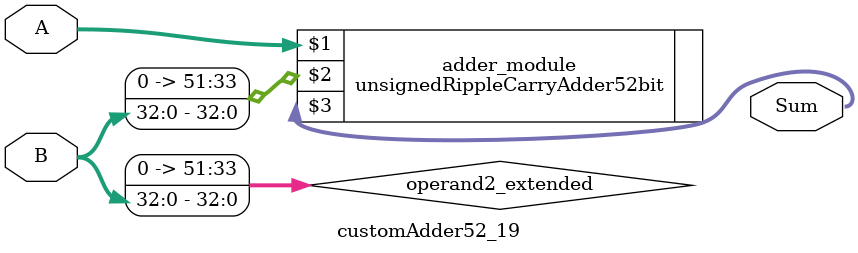
<source format=v>
module customAdder52_19(
                        input [51 : 0] A,
                        input [32 : 0] B,
                        
                        output [52 : 0] Sum
                );

        wire [51 : 0] operand2_extended;
        
        assign operand2_extended =  {19'b0, B};
        
        unsignedRippleCarryAdder52bit adder_module(
            A,
            operand2_extended,
            Sum
        );
        
        endmodule
        
</source>
